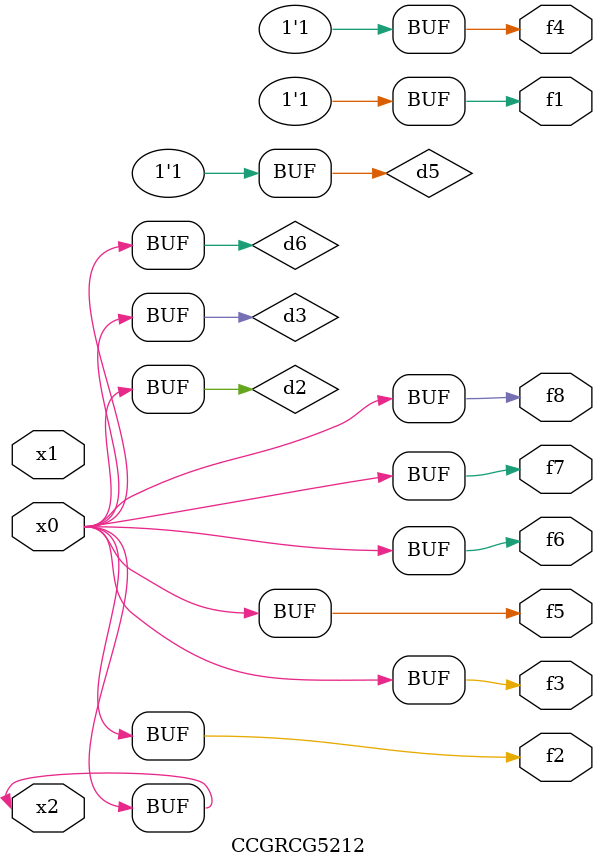
<source format=v>
module CCGRCG5212(
	input x0, x1, x2,
	output f1, f2, f3, f4, f5, f6, f7, f8
);

	wire d1, d2, d3, d4, d5, d6;

	xnor (d1, x2);
	buf (d2, x0, x2);
	and (d3, x0);
	xnor (d4, x1, x2);
	nand (d5, d1, d3);
	buf (d6, d2, d3);
	assign f1 = d5;
	assign f2 = d6;
	assign f3 = d6;
	assign f4 = d5;
	assign f5 = d6;
	assign f6 = d6;
	assign f7 = d6;
	assign f8 = d6;
endmodule

</source>
